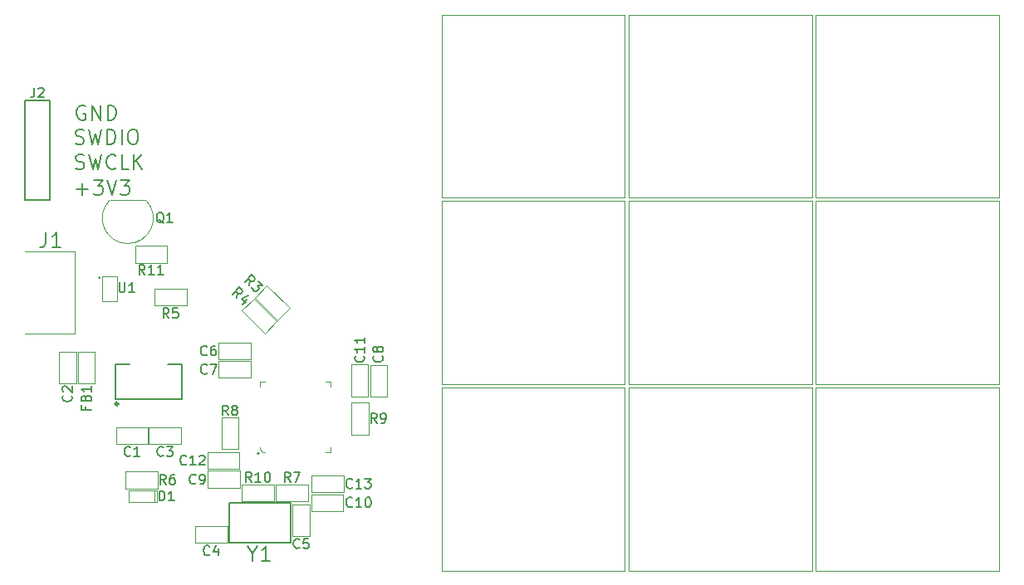
<source format=gbr>
G04 #@! TF.GenerationSoftware,KiCad,Pcbnew,(5.1.4)-1*
G04 #@! TF.CreationDate,2020-06-13T17:24:10-04:00*
G04 #@! TF.ProjectId,Keypad,4b657970-6164-42e6-9b69-6361645f7063,rev?*
G04 #@! TF.SameCoordinates,Original*
G04 #@! TF.FileFunction,Legend,Top*
G04 #@! TF.FilePolarity,Positive*
%FSLAX46Y46*%
G04 Gerber Fmt 4.6, Leading zero omitted, Abs format (unit mm)*
G04 Created by KiCad (PCBNEW (5.1.4)-1) date 2020-06-13 17:24:10*
%MOMM*%
%LPD*%
G04 APERTURE LIST*
%ADD10C,0.200000*%
%ADD11C,0.120000*%
%ADD12C,0.150000*%
%ADD13C,0.300000*%
%ADD14C,0.152400*%
G04 APERTURE END LIST*
D10*
X94664542Y-84435142D02*
X95807400Y-84435142D01*
X95235971Y-85006571D02*
X95235971Y-83863714D01*
X96378828Y-83506571D02*
X97307400Y-83506571D01*
X96807400Y-84078000D01*
X97021685Y-84078000D01*
X97164542Y-84149428D01*
X97235971Y-84220857D01*
X97307400Y-84363714D01*
X97307400Y-84720857D01*
X97235971Y-84863714D01*
X97164542Y-84935142D01*
X97021685Y-85006571D01*
X96593114Y-85006571D01*
X96450257Y-84935142D01*
X96378828Y-84863714D01*
X97735971Y-83506571D02*
X98235971Y-85006571D01*
X98735971Y-83506571D01*
X99093114Y-83506571D02*
X100021685Y-83506571D01*
X99521685Y-84078000D01*
X99735971Y-84078000D01*
X99878828Y-84149428D01*
X99950257Y-84220857D01*
X100021685Y-84363714D01*
X100021685Y-84720857D01*
X99950257Y-84863714D01*
X99878828Y-84935142D01*
X99735971Y-85006571D01*
X99307400Y-85006571D01*
X99164542Y-84935142D01*
X99093114Y-84863714D01*
X94574942Y-82331642D02*
X94789228Y-82403071D01*
X95146371Y-82403071D01*
X95289228Y-82331642D01*
X95360657Y-82260214D01*
X95432085Y-82117357D01*
X95432085Y-81974500D01*
X95360657Y-81831642D01*
X95289228Y-81760214D01*
X95146371Y-81688785D01*
X94860657Y-81617357D01*
X94717800Y-81545928D01*
X94646371Y-81474500D01*
X94574942Y-81331642D01*
X94574942Y-81188785D01*
X94646371Y-81045928D01*
X94717800Y-80974500D01*
X94860657Y-80903071D01*
X95217800Y-80903071D01*
X95432085Y-80974500D01*
X95932085Y-80903071D02*
X96289228Y-82403071D01*
X96574942Y-81331642D01*
X96860657Y-82403071D01*
X97217800Y-80903071D01*
X98646371Y-82260214D02*
X98574942Y-82331642D01*
X98360657Y-82403071D01*
X98217800Y-82403071D01*
X98003514Y-82331642D01*
X97860657Y-82188785D01*
X97789228Y-82045928D01*
X97717800Y-81760214D01*
X97717800Y-81545928D01*
X97789228Y-81260214D01*
X97860657Y-81117357D01*
X98003514Y-80974500D01*
X98217800Y-80903071D01*
X98360657Y-80903071D01*
X98574942Y-80974500D01*
X98646371Y-81045928D01*
X100003514Y-82403071D02*
X99289228Y-82403071D01*
X99289228Y-80903071D01*
X100503514Y-82403071D02*
X100503514Y-80903071D01*
X101360657Y-82403071D02*
X100717800Y-81545928D01*
X101360657Y-80903071D02*
X100503514Y-81760214D01*
X94560628Y-79778942D02*
X94774914Y-79850371D01*
X95132057Y-79850371D01*
X95274914Y-79778942D01*
X95346342Y-79707514D01*
X95417771Y-79564657D01*
X95417771Y-79421800D01*
X95346342Y-79278942D01*
X95274914Y-79207514D01*
X95132057Y-79136085D01*
X94846342Y-79064657D01*
X94703485Y-78993228D01*
X94632057Y-78921800D01*
X94560628Y-78778942D01*
X94560628Y-78636085D01*
X94632057Y-78493228D01*
X94703485Y-78421800D01*
X94846342Y-78350371D01*
X95203485Y-78350371D01*
X95417771Y-78421800D01*
X95917771Y-78350371D02*
X96274914Y-79850371D01*
X96560628Y-78778942D01*
X96846342Y-79850371D01*
X97203485Y-78350371D01*
X97774914Y-79850371D02*
X97774914Y-78350371D01*
X98132057Y-78350371D01*
X98346342Y-78421800D01*
X98489200Y-78564657D01*
X98560628Y-78707514D01*
X98632057Y-78993228D01*
X98632057Y-79207514D01*
X98560628Y-79493228D01*
X98489200Y-79636085D01*
X98346342Y-79778942D01*
X98132057Y-79850371D01*
X97774914Y-79850371D01*
X99274914Y-79850371D02*
X99274914Y-78350371D01*
X100274914Y-78350371D02*
X100560628Y-78350371D01*
X100703485Y-78421800D01*
X100846342Y-78564657D01*
X100917771Y-78850371D01*
X100917771Y-79350371D01*
X100846342Y-79636085D01*
X100703485Y-79778942D01*
X100560628Y-79850371D01*
X100274914Y-79850371D01*
X100132057Y-79778942D01*
X99989200Y-79636085D01*
X99917771Y-79350371D01*
X99917771Y-78850371D01*
X99989200Y-78564657D01*
X100132057Y-78421800D01*
X100274914Y-78350371D01*
X95529542Y-75958000D02*
X95386685Y-75886571D01*
X95172400Y-75886571D01*
X94958114Y-75958000D01*
X94815257Y-76100857D01*
X94743828Y-76243714D01*
X94672400Y-76529428D01*
X94672400Y-76743714D01*
X94743828Y-77029428D01*
X94815257Y-77172285D01*
X94958114Y-77315142D01*
X95172400Y-77386571D01*
X95315257Y-77386571D01*
X95529542Y-77315142D01*
X95600971Y-77243714D01*
X95600971Y-76743714D01*
X95315257Y-76743714D01*
X96243828Y-77386571D02*
X96243828Y-75886571D01*
X97100971Y-77386571D01*
X97100971Y-75886571D01*
X97815257Y-77386571D02*
X97815257Y-75886571D01*
X98172400Y-75886571D01*
X98386685Y-75958000D01*
X98529542Y-76100857D01*
X98600971Y-76243714D01*
X98672400Y-76529428D01*
X98672400Y-76743714D01*
X98600971Y-77029428D01*
X98529542Y-77172285D01*
X98386685Y-77315142D01*
X98172400Y-77386571D01*
X97815257Y-77386571D01*
D11*
X103860600Y-91948000D02*
X103860600Y-90220800D01*
X100609400Y-91948000D02*
X100609400Y-90220800D01*
X103860600Y-90220800D02*
X100609400Y-90220800D01*
X103860600Y-91948000D02*
X100609400Y-91948000D01*
X101672800Y-85551400D02*
X98072800Y-85551400D01*
X101711278Y-85562922D02*
G75*
G02X99872800Y-90001400I-1838478J-1838478D01*
G01*
X98034322Y-85562922D02*
G75*
G03X99872800Y-90001400I1838478J-1838478D01*
G01*
X102603300Y-94602300D02*
X102603300Y-96329500D01*
X105854500Y-94602300D02*
X105854500Y-96329500D01*
X102603300Y-96329500D02*
X105854500Y-96329500D01*
X102603300Y-94602300D02*
X105854500Y-94602300D01*
D12*
X91946900Y-85575140D02*
X91946900Y-75415140D01*
X89406900Y-85575140D02*
X89406900Y-75415140D01*
X91946900Y-75415140D02*
X89406900Y-75415140D01*
X91946900Y-85575140D02*
X89406900Y-85575140D01*
D11*
X118605300Y-115394740D02*
X118605300Y-113667540D01*
X121856500Y-115394740D02*
X118605300Y-115394740D01*
X121856500Y-113667540D02*
X121856500Y-115394740D01*
X118605300Y-113667540D02*
X121856500Y-113667540D01*
X111264700Y-111277400D02*
X111264700Y-113004600D01*
X108013500Y-111277400D02*
X111264700Y-111277400D01*
X108013500Y-113004600D02*
X108013500Y-111277400D01*
X111264700Y-113004600D02*
X108013500Y-113004600D01*
X124393960Y-105610660D02*
X122666760Y-105610660D01*
X124393960Y-102359460D02*
X124393960Y-105610660D01*
X122666760Y-102359460D02*
X124393960Y-102359460D01*
X122666760Y-105610660D02*
X122666760Y-102359460D01*
X118602760Y-117297200D02*
X118602760Y-115570000D01*
X121853960Y-117297200D02*
X118602760Y-117297200D01*
X121853960Y-115570000D02*
X121853960Y-117297200D01*
X118602760Y-115570000D02*
X121853960Y-115570000D01*
X111277400Y-113172240D02*
X111277400Y-114899440D01*
X108026200Y-113172240D02*
X111277400Y-113172240D01*
X108026200Y-114899440D02*
X108026200Y-113172240D01*
X111277400Y-114899440D02*
X108026200Y-114899440D01*
X126298960Y-105613200D02*
X124571760Y-105613200D01*
X126298960Y-102362000D02*
X126298960Y-105613200D01*
X124571760Y-102362000D02*
X126298960Y-102362000D01*
X124571760Y-105613200D02*
X124571760Y-102362000D01*
X111518700Y-114556540D02*
X111518700Y-116283740D01*
X114769900Y-114556540D02*
X114769900Y-116283740D01*
X111518700Y-116283740D02*
X114769900Y-116283740D01*
X111518700Y-114556540D02*
X114769900Y-114556540D01*
X112392460Y-101981000D02*
X112392460Y-103708200D01*
X109141260Y-101981000D02*
X112392460Y-101981000D01*
X109141260Y-103708200D02*
X109141260Y-101981000D01*
X112392460Y-103708200D02*
X109141260Y-103708200D01*
X112395000Y-100103940D02*
X112395000Y-101831140D01*
X109143800Y-100103940D02*
X112395000Y-100103940D01*
X109143800Y-101831140D02*
X109143800Y-100103940D01*
X112395000Y-101831140D02*
X109143800Y-101831140D01*
D12*
X116497100Y-116461540D02*
X110210600Y-116461540D01*
X110210600Y-120525540D02*
X110210600Y-116461540D01*
X116497100Y-120462040D02*
X116497100Y-116461540D01*
X116497100Y-120525540D02*
X110210600Y-120525540D01*
D10*
X113282400Y-111419640D02*
G75*
G03X113282400Y-111419640I-100000J0D01*
G01*
D11*
X120548400Y-111292640D02*
X120040400Y-111292640D01*
X120548400Y-110784640D02*
X120548400Y-111292640D01*
X113309400Y-104053640D02*
X113817400Y-104053640D01*
X113309400Y-104561640D02*
X113309400Y-104053640D01*
X120548400Y-104053640D02*
X120548400Y-104561640D01*
X120040400Y-104053640D02*
X120548400Y-104053640D01*
X113309400Y-110975140D02*
X113626900Y-111292640D01*
X113309400Y-110975140D02*
X113309400Y-110784640D01*
X113817400Y-111292640D02*
X113626900Y-111292640D01*
D13*
X98878200Y-106352340D02*
G75*
G03X98878200Y-106352340I-123000J0D01*
G01*
D12*
X98628200Y-105907840D02*
X105359200Y-105907840D01*
D14*
X100025200Y-102288340D02*
X98628200Y-102288340D01*
X98628200Y-102288340D02*
X98628200Y-105907840D01*
X105359200Y-102288340D02*
X103962200Y-102288340D01*
X105359200Y-105907840D02*
X105359200Y-102288340D01*
D12*
X97055940Y-93502480D02*
G75*
G03X97055940Y-93502480I-63500J0D01*
G01*
D11*
X98770440Y-93350080D02*
X97256600Y-93350080D01*
X98770440Y-95915480D02*
X97256600Y-95915480D01*
X97256600Y-93350080D02*
X97256600Y-95915480D01*
X98770440Y-93350080D02*
X98770440Y-95915480D01*
X188671200Y-85321140D02*
X170002200Y-85321140D01*
X188671200Y-66652140D02*
X188671200Y-85321140D01*
X170002200Y-66652140D02*
X188671200Y-66652140D01*
X170002200Y-85321140D02*
X170002200Y-66652140D01*
X169611040Y-85321140D02*
X150942040Y-85321140D01*
X169611040Y-66652140D02*
X169611040Y-85321140D01*
X150942040Y-66652140D02*
X169611040Y-66652140D01*
X150942040Y-85321140D02*
X150942040Y-66652140D01*
X150550880Y-85321140D02*
X131881880Y-85321140D01*
X150550880Y-66652140D02*
X150550880Y-85321140D01*
X131881880Y-66652140D02*
X150550880Y-66652140D01*
X131881880Y-85321140D02*
X131881880Y-66652140D01*
X188671200Y-104338120D02*
X170002200Y-104338120D01*
X188671200Y-85669120D02*
X188671200Y-104338120D01*
X170002200Y-85669120D02*
X188671200Y-85669120D01*
X170002200Y-104338120D02*
X170002200Y-85669120D01*
X169611040Y-104338120D02*
X150942040Y-104338120D01*
X169611040Y-85669120D02*
X169611040Y-104338120D01*
X150942040Y-85669120D02*
X169611040Y-85669120D01*
X150942040Y-104338120D02*
X150942040Y-85669120D01*
X150550880Y-104338120D02*
X131881880Y-104338120D01*
X150550880Y-85669120D02*
X150550880Y-104338120D01*
X131881880Y-85669120D02*
X150550880Y-85669120D01*
X131881880Y-104338120D02*
X131881880Y-85669120D01*
X188671200Y-123357640D02*
X170002200Y-123357640D01*
X188671200Y-104688640D02*
X188671200Y-123357640D01*
X170002200Y-104688640D02*
X188671200Y-104688640D01*
X170002200Y-123357640D02*
X170002200Y-104688640D01*
X169611040Y-123357640D02*
X150942040Y-123357640D01*
X169611040Y-104688640D02*
X169611040Y-123357640D01*
X150942040Y-104688640D02*
X169611040Y-104688640D01*
X150942040Y-123357640D02*
X150942040Y-104688640D01*
X150550880Y-123357640D02*
X131881880Y-123357640D01*
X150550880Y-104688640D02*
X150550880Y-123357640D01*
X131881880Y-104688640D02*
X150550880Y-104688640D01*
X131881880Y-123357640D02*
X131881880Y-104688640D01*
X122669300Y-109489240D02*
X124396500Y-109489240D01*
X122669300Y-106238040D02*
X124396500Y-106238040D01*
X124396500Y-109489240D02*
X124396500Y-106238040D01*
X122669300Y-109489240D02*
X122669300Y-106238040D01*
X109423200Y-110987840D02*
X111150400Y-110987840D01*
X109423200Y-107736640D02*
X111150400Y-107736640D01*
X111150400Y-110987840D02*
X111150400Y-107736640D01*
X109423200Y-110987840D02*
X109423200Y-107736640D01*
X118237000Y-116283740D02*
X118237000Y-114556540D01*
X114985800Y-116283740D02*
X114985800Y-114556540D01*
X118237000Y-114556540D02*
X114985800Y-114556540D01*
X118237000Y-116283740D02*
X114985800Y-116283740D01*
X102908100Y-114988340D02*
X102908100Y-113261140D01*
X99656900Y-114988340D02*
X99656900Y-113261140D01*
X102908100Y-113261140D02*
X99656900Y-113261140D01*
X102908100Y-114988340D02*
X99656900Y-114988340D01*
X112745185Y-95623470D02*
X111523870Y-96844785D01*
X115044130Y-97922415D02*
X113822815Y-99143730D01*
X111523870Y-96844785D02*
X113822815Y-99143730D01*
X112745185Y-95623470D02*
X115044130Y-97922415D01*
X114065985Y-94302670D02*
X112844670Y-95523985D01*
X116364930Y-96601615D02*
X115143615Y-97822930D01*
X112844670Y-95523985D02*
X115143615Y-97822930D01*
X114065985Y-94302670D02*
X116364930Y-96601615D01*
X94800420Y-101041200D02*
X96527620Y-101041200D01*
X94800420Y-104292400D02*
X94800420Y-101041200D01*
X96527620Y-104292400D02*
X94800420Y-104292400D01*
X96527620Y-101041200D02*
X96527620Y-104292400D01*
X102806500Y-116347240D02*
X102552500Y-116347240D01*
X102806500Y-115204240D02*
X102806500Y-116347240D01*
X102552500Y-115204240D02*
X102806500Y-115204240D01*
X99949000Y-116347240D02*
X99949000Y-115204240D01*
X102552500Y-116347240D02*
X99949000Y-116347240D01*
X102552500Y-115204240D02*
X102552500Y-116347240D01*
X99949000Y-115204240D02*
X102552500Y-115204240D01*
X118414800Y-119847360D02*
X116687600Y-119847360D01*
X118414800Y-116596160D02*
X118414800Y-119847360D01*
X116687600Y-116596160D02*
X118414800Y-116596160D01*
X116687600Y-119847360D02*
X116687600Y-116596160D01*
X106758740Y-120548400D02*
X106758740Y-118821200D01*
X110009940Y-120548400D02*
X106758740Y-120548400D01*
X110009940Y-118821200D02*
X110009940Y-120548400D01*
X106758740Y-118821200D02*
X110009940Y-118821200D01*
X102031800Y-110441740D02*
X102031800Y-108714540D01*
X105283000Y-110441740D02*
X102031800Y-110441740D01*
X105283000Y-108714540D02*
X105283000Y-110441740D01*
X102031800Y-108714540D02*
X105283000Y-108714540D01*
X94622620Y-104292400D02*
X92895420Y-104292400D01*
X94622620Y-101041200D02*
X94622620Y-104292400D01*
X92895420Y-101041200D02*
X94622620Y-101041200D01*
X92895420Y-104292400D02*
X92895420Y-101041200D01*
X98666300Y-110441740D02*
X98666300Y-108714540D01*
X101917500Y-110441740D02*
X98666300Y-110441740D01*
X101917500Y-108714540D02*
X101917500Y-110441740D01*
X98666300Y-108714540D02*
X101917500Y-108714540D01*
X94437200Y-90782140D02*
X89420700Y-90782140D01*
X94437200Y-99164140D02*
X89420700Y-99164140D01*
X94437200Y-90782140D02*
X94437200Y-99164140D01*
D10*
X101602302Y-93162380D02*
X101268969Y-92686190D01*
X101030874Y-93162380D02*
X101030874Y-92162380D01*
X101411826Y-92162380D01*
X101507064Y-92210000D01*
X101554683Y-92257619D01*
X101602302Y-92352857D01*
X101602302Y-92495714D01*
X101554683Y-92590952D01*
X101507064Y-92638571D01*
X101411826Y-92686190D01*
X101030874Y-92686190D01*
X102554683Y-93162380D02*
X101983255Y-93162380D01*
X102268969Y-93162380D02*
X102268969Y-92162380D01*
X102173731Y-92305238D01*
X102078493Y-92400476D01*
X101983255Y-92448095D01*
X103507064Y-93162380D02*
X102935636Y-93162380D01*
X103221350Y-93162380D02*
X103221350Y-92162380D01*
X103126112Y-92305238D01*
X103030874Y-92400476D01*
X102935636Y-92448095D01*
X103536761Y-87923619D02*
X103441523Y-87876000D01*
X103346285Y-87780761D01*
X103203428Y-87637904D01*
X103108190Y-87590285D01*
X103012952Y-87590285D01*
X103060571Y-87828380D02*
X102965333Y-87780761D01*
X102870095Y-87685523D01*
X102822476Y-87495047D01*
X102822476Y-87161714D01*
X102870095Y-86971238D01*
X102965333Y-86876000D01*
X103060571Y-86828380D01*
X103251047Y-86828380D01*
X103346285Y-86876000D01*
X103441523Y-86971238D01*
X103489142Y-87161714D01*
X103489142Y-87495047D01*
X103441523Y-87685523D01*
X103346285Y-87780761D01*
X103251047Y-87828380D01*
X103060571Y-87828380D01*
X104441523Y-87828380D02*
X103870095Y-87828380D01*
X104155809Y-87828380D02*
X104155809Y-86828380D01*
X104060571Y-86971238D01*
X103965333Y-87066476D01*
X103870095Y-87114095D01*
X104059693Y-97597220D02*
X103726360Y-97121030D01*
X103488264Y-97597220D02*
X103488264Y-96597220D01*
X103869217Y-96597220D01*
X103964455Y-96644840D01*
X104012074Y-96692459D01*
X104059693Y-96787697D01*
X104059693Y-96930554D01*
X104012074Y-97025792D01*
X103964455Y-97073411D01*
X103869217Y-97121030D01*
X103488264Y-97121030D01*
X104964455Y-96597220D02*
X104488264Y-96597220D01*
X104440645Y-97073411D01*
X104488264Y-97025792D01*
X104583502Y-96978173D01*
X104821598Y-96978173D01*
X104916836Y-97025792D01*
X104964455Y-97073411D01*
X105012074Y-97168649D01*
X105012074Y-97406744D01*
X104964455Y-97501982D01*
X104916836Y-97549601D01*
X104821598Y-97597220D01*
X104583502Y-97597220D01*
X104488264Y-97549601D01*
X104440645Y-97501982D01*
X90329426Y-74092820D02*
X90329426Y-74807106D01*
X90281807Y-74949963D01*
X90186569Y-75045201D01*
X90043712Y-75092820D01*
X89948474Y-75092820D01*
X90757998Y-74188059D02*
X90805617Y-74140440D01*
X90900855Y-74092820D01*
X91138950Y-74092820D01*
X91234188Y-74140440D01*
X91281807Y-74188059D01*
X91329426Y-74283297D01*
X91329426Y-74378535D01*
X91281807Y-74521392D01*
X90710379Y-75092820D01*
X91329426Y-75092820D01*
X122750342Y-114885742D02*
X122702723Y-114933361D01*
X122559866Y-114980980D01*
X122464628Y-114980980D01*
X122321771Y-114933361D01*
X122226533Y-114838123D01*
X122178914Y-114742885D01*
X122131295Y-114552409D01*
X122131295Y-114409552D01*
X122178914Y-114219076D01*
X122226533Y-114123838D01*
X122321771Y-114028600D01*
X122464628Y-113980980D01*
X122559866Y-113980980D01*
X122702723Y-114028600D01*
X122750342Y-114076219D01*
X123702723Y-114980980D02*
X123131295Y-114980980D01*
X123417009Y-114980980D02*
X123417009Y-113980980D01*
X123321771Y-114123838D01*
X123226533Y-114219076D01*
X123131295Y-114266695D01*
X124036057Y-113980980D02*
X124655104Y-113980980D01*
X124321771Y-114361933D01*
X124464628Y-114361933D01*
X124559866Y-114409552D01*
X124607485Y-114457171D01*
X124655104Y-114552409D01*
X124655104Y-114790504D01*
X124607485Y-114885742D01*
X124559866Y-114933361D01*
X124464628Y-114980980D01*
X124178914Y-114980980D01*
X124083676Y-114933361D01*
X124036057Y-114885742D01*
X105833942Y-112498142D02*
X105786323Y-112545761D01*
X105643466Y-112593380D01*
X105548228Y-112593380D01*
X105405371Y-112545761D01*
X105310133Y-112450523D01*
X105262514Y-112355285D01*
X105214895Y-112164809D01*
X105214895Y-112021952D01*
X105262514Y-111831476D01*
X105310133Y-111736238D01*
X105405371Y-111641000D01*
X105548228Y-111593380D01*
X105643466Y-111593380D01*
X105786323Y-111641000D01*
X105833942Y-111688619D01*
X106786323Y-112593380D02*
X106214895Y-112593380D01*
X106500609Y-112593380D02*
X106500609Y-111593380D01*
X106405371Y-111736238D01*
X106310133Y-111831476D01*
X106214895Y-111879095D01*
X107167276Y-111688619D02*
X107214895Y-111641000D01*
X107310133Y-111593380D01*
X107548228Y-111593380D01*
X107643466Y-111641000D01*
X107691085Y-111688619D01*
X107738704Y-111783857D01*
X107738704Y-111879095D01*
X107691085Y-112021952D01*
X107119657Y-112593380D01*
X107738704Y-112593380D01*
X123902742Y-101480857D02*
X123950361Y-101528476D01*
X123997980Y-101671333D01*
X123997980Y-101766571D01*
X123950361Y-101909428D01*
X123855123Y-102004666D01*
X123759885Y-102052285D01*
X123569409Y-102099904D01*
X123426552Y-102099904D01*
X123236076Y-102052285D01*
X123140838Y-102004666D01*
X123045600Y-101909428D01*
X122997980Y-101766571D01*
X122997980Y-101671333D01*
X123045600Y-101528476D01*
X123093219Y-101480857D01*
X123997980Y-100528476D02*
X123997980Y-101099904D01*
X123997980Y-100814190D02*
X122997980Y-100814190D01*
X123140838Y-100909428D01*
X123236076Y-101004666D01*
X123283695Y-101099904D01*
X123997980Y-99576095D02*
X123997980Y-100147523D01*
X123997980Y-99861809D02*
X122997980Y-99861809D01*
X123140838Y-99957047D01*
X123236076Y-100052285D01*
X123283695Y-100147523D01*
X122750342Y-116790742D02*
X122702723Y-116838361D01*
X122559866Y-116885980D01*
X122464628Y-116885980D01*
X122321771Y-116838361D01*
X122226533Y-116743123D01*
X122178914Y-116647885D01*
X122131295Y-116457409D01*
X122131295Y-116314552D01*
X122178914Y-116124076D01*
X122226533Y-116028838D01*
X122321771Y-115933600D01*
X122464628Y-115885980D01*
X122559866Y-115885980D01*
X122702723Y-115933600D01*
X122750342Y-115981219D01*
X123702723Y-116885980D02*
X123131295Y-116885980D01*
X123417009Y-116885980D02*
X123417009Y-115885980D01*
X123321771Y-116028838D01*
X123226533Y-116124076D01*
X123131295Y-116171695D01*
X124321771Y-115885980D02*
X124417009Y-115885980D01*
X124512247Y-115933600D01*
X124559866Y-115981219D01*
X124607485Y-116076457D01*
X124655104Y-116266933D01*
X124655104Y-116505028D01*
X124607485Y-116695504D01*
X124559866Y-116790742D01*
X124512247Y-116838361D01*
X124417009Y-116885980D01*
X124321771Y-116885980D01*
X124226533Y-116838361D01*
X124178914Y-116790742D01*
X124131295Y-116695504D01*
X124083676Y-116505028D01*
X124083676Y-116266933D01*
X124131295Y-116076457D01*
X124178914Y-115981219D01*
X124226533Y-115933600D01*
X124321771Y-115885980D01*
X106792733Y-114453942D02*
X106745114Y-114501561D01*
X106602257Y-114549180D01*
X106507019Y-114549180D01*
X106364161Y-114501561D01*
X106268923Y-114406323D01*
X106221304Y-114311085D01*
X106173685Y-114120609D01*
X106173685Y-113977752D01*
X106221304Y-113787276D01*
X106268923Y-113692038D01*
X106364161Y-113596800D01*
X106507019Y-113549180D01*
X106602257Y-113549180D01*
X106745114Y-113596800D01*
X106792733Y-113644419D01*
X107268923Y-114549180D02*
X107459400Y-114549180D01*
X107554638Y-114501561D01*
X107602257Y-114453942D01*
X107697495Y-114311085D01*
X107745114Y-114120609D01*
X107745114Y-113739657D01*
X107697495Y-113644419D01*
X107649876Y-113596800D01*
X107554638Y-113549180D01*
X107364161Y-113549180D01*
X107268923Y-113596800D01*
X107221304Y-113644419D01*
X107173685Y-113739657D01*
X107173685Y-113977752D01*
X107221304Y-114072990D01*
X107268923Y-114120609D01*
X107364161Y-114168228D01*
X107554638Y-114168228D01*
X107649876Y-114120609D01*
X107697495Y-114072990D01*
X107745114Y-113977752D01*
X125792502Y-101461866D02*
X125840121Y-101509485D01*
X125887740Y-101652342D01*
X125887740Y-101747580D01*
X125840121Y-101890438D01*
X125744883Y-101985676D01*
X125649645Y-102033295D01*
X125459169Y-102080914D01*
X125316312Y-102080914D01*
X125125836Y-102033295D01*
X125030598Y-101985676D01*
X124935360Y-101890438D01*
X124887740Y-101747580D01*
X124887740Y-101652342D01*
X124935360Y-101509485D01*
X124982979Y-101461866D01*
X125316312Y-100890438D02*
X125268693Y-100985676D01*
X125221074Y-101033295D01*
X125125836Y-101080914D01*
X125078217Y-101080914D01*
X124982979Y-101033295D01*
X124935360Y-100985676D01*
X124887740Y-100890438D01*
X124887740Y-100699961D01*
X124935360Y-100604723D01*
X124982979Y-100557104D01*
X125078217Y-100509485D01*
X125125836Y-100509485D01*
X125221074Y-100557104D01*
X125268693Y-100604723D01*
X125316312Y-100699961D01*
X125316312Y-100890438D01*
X125363931Y-100985676D01*
X125411550Y-101033295D01*
X125506788Y-101080914D01*
X125697264Y-101080914D01*
X125792502Y-101033295D01*
X125840121Y-100985676D01*
X125887740Y-100890438D01*
X125887740Y-100699961D01*
X125840121Y-100604723D01*
X125792502Y-100557104D01*
X125697264Y-100509485D01*
X125506788Y-100509485D01*
X125411550Y-100557104D01*
X125363931Y-100604723D01*
X125316312Y-100699961D01*
X112488742Y-114320580D02*
X112155409Y-113844390D01*
X111917314Y-114320580D02*
X111917314Y-113320580D01*
X112298266Y-113320580D01*
X112393504Y-113368200D01*
X112441123Y-113415819D01*
X112488742Y-113511057D01*
X112488742Y-113653914D01*
X112441123Y-113749152D01*
X112393504Y-113796771D01*
X112298266Y-113844390D01*
X111917314Y-113844390D01*
X113441123Y-114320580D02*
X112869695Y-114320580D01*
X113155409Y-114320580D02*
X113155409Y-113320580D01*
X113060171Y-113463438D01*
X112964933Y-113558676D01*
X112869695Y-113606295D01*
X114060171Y-113320580D02*
X114155409Y-113320580D01*
X114250647Y-113368200D01*
X114298266Y-113415819D01*
X114345885Y-113511057D01*
X114393504Y-113701533D01*
X114393504Y-113939628D01*
X114345885Y-114130104D01*
X114298266Y-114225342D01*
X114250647Y-114272961D01*
X114155409Y-114320580D01*
X114060171Y-114320580D01*
X113964933Y-114272961D01*
X113917314Y-114225342D01*
X113869695Y-114130104D01*
X113822076Y-113939628D01*
X113822076Y-113701533D01*
X113869695Y-113511057D01*
X113917314Y-113415819D01*
X113964933Y-113368200D01*
X114060171Y-113320580D01*
X107935733Y-103201742D02*
X107888114Y-103249361D01*
X107745257Y-103296980D01*
X107650019Y-103296980D01*
X107507161Y-103249361D01*
X107411923Y-103154123D01*
X107364304Y-103058885D01*
X107316685Y-102868409D01*
X107316685Y-102725552D01*
X107364304Y-102535076D01*
X107411923Y-102439838D01*
X107507161Y-102344600D01*
X107650019Y-102296980D01*
X107745257Y-102296980D01*
X107888114Y-102344600D01*
X107935733Y-102392219D01*
X108269066Y-102296980D02*
X108935733Y-102296980D01*
X108507161Y-103296980D01*
X107935733Y-101322142D02*
X107888114Y-101369761D01*
X107745257Y-101417380D01*
X107650019Y-101417380D01*
X107507161Y-101369761D01*
X107411923Y-101274523D01*
X107364304Y-101179285D01*
X107316685Y-100988809D01*
X107316685Y-100845952D01*
X107364304Y-100655476D01*
X107411923Y-100560238D01*
X107507161Y-100465000D01*
X107650019Y-100417380D01*
X107745257Y-100417380D01*
X107888114Y-100465000D01*
X107935733Y-100512619D01*
X108792876Y-100417380D02*
X108602400Y-100417380D01*
X108507161Y-100465000D01*
X108459542Y-100512619D01*
X108364304Y-100655476D01*
X108316685Y-100845952D01*
X108316685Y-101226904D01*
X108364304Y-101322142D01*
X108411923Y-101369761D01*
X108507161Y-101417380D01*
X108697638Y-101417380D01*
X108792876Y-101369761D01*
X108840495Y-101322142D01*
X108888114Y-101226904D01*
X108888114Y-100988809D01*
X108840495Y-100893571D01*
X108792876Y-100845952D01*
X108697638Y-100798333D01*
X108507161Y-100798333D01*
X108411923Y-100845952D01*
X108364304Y-100893571D01*
X108316685Y-100988809D01*
X112607814Y-121630285D02*
X112607814Y-122344571D01*
X112107814Y-120844571D02*
X112607814Y-121630285D01*
X113107814Y-120844571D01*
X114393528Y-122344571D02*
X113536385Y-122344571D01*
X113964957Y-122344571D02*
X113964957Y-120844571D01*
X113822100Y-121058857D01*
X113679242Y-121201714D01*
X113536385Y-121273142D01*
X99009295Y-93965780D02*
X99009295Y-94775304D01*
X99056914Y-94870542D01*
X99104533Y-94918161D01*
X99199771Y-94965780D01*
X99390247Y-94965780D01*
X99485485Y-94918161D01*
X99533104Y-94870542D01*
X99580723Y-94775304D01*
X99580723Y-93965780D01*
X100580723Y-94965780D02*
X100009295Y-94965780D01*
X100295009Y-94965780D02*
X100295009Y-93965780D01*
X100199771Y-94108638D01*
X100104533Y-94203876D01*
X100009295Y-94251495D01*
X125258533Y-108313480D02*
X124925200Y-107837290D01*
X124687104Y-108313480D02*
X124687104Y-107313480D01*
X125068057Y-107313480D01*
X125163295Y-107361100D01*
X125210914Y-107408719D01*
X125258533Y-107503957D01*
X125258533Y-107646814D01*
X125210914Y-107742052D01*
X125163295Y-107789671D01*
X125068057Y-107837290D01*
X124687104Y-107837290D01*
X125734723Y-108313480D02*
X125925200Y-108313480D01*
X126020438Y-108265861D01*
X126068057Y-108218242D01*
X126163295Y-108075385D01*
X126210914Y-107884909D01*
X126210914Y-107503957D01*
X126163295Y-107408719D01*
X126115676Y-107361100D01*
X126020438Y-107313480D01*
X125829961Y-107313480D01*
X125734723Y-107361100D01*
X125687104Y-107408719D01*
X125639485Y-107503957D01*
X125639485Y-107742052D01*
X125687104Y-107837290D01*
X125734723Y-107884909D01*
X125829961Y-107932528D01*
X126020438Y-107932528D01*
X126115676Y-107884909D01*
X126163295Y-107837290D01*
X126210914Y-107742052D01*
X110107433Y-107513380D02*
X109774100Y-107037190D01*
X109536004Y-107513380D02*
X109536004Y-106513380D01*
X109916957Y-106513380D01*
X110012195Y-106561000D01*
X110059814Y-106608619D01*
X110107433Y-106703857D01*
X110107433Y-106846714D01*
X110059814Y-106941952D01*
X110012195Y-106989571D01*
X109916957Y-107037190D01*
X109536004Y-107037190D01*
X110678861Y-106941952D02*
X110583623Y-106894333D01*
X110536004Y-106846714D01*
X110488385Y-106751476D01*
X110488385Y-106703857D01*
X110536004Y-106608619D01*
X110583623Y-106561000D01*
X110678861Y-106513380D01*
X110869338Y-106513380D01*
X110964576Y-106561000D01*
X111012195Y-106608619D01*
X111059814Y-106703857D01*
X111059814Y-106751476D01*
X111012195Y-106846714D01*
X110964576Y-106894333D01*
X110869338Y-106941952D01*
X110678861Y-106941952D01*
X110583623Y-106989571D01*
X110536004Y-107037190D01*
X110488385Y-107132428D01*
X110488385Y-107322904D01*
X110536004Y-107418142D01*
X110583623Y-107465761D01*
X110678861Y-107513380D01*
X110869338Y-107513380D01*
X110964576Y-107465761D01*
X111012195Y-107418142D01*
X111059814Y-107322904D01*
X111059814Y-107132428D01*
X111012195Y-107037190D01*
X110964576Y-106989571D01*
X110869338Y-106941952D01*
X116444733Y-114320580D02*
X116111400Y-113844390D01*
X115873304Y-114320580D02*
X115873304Y-113320580D01*
X116254257Y-113320580D01*
X116349495Y-113368200D01*
X116397114Y-113415819D01*
X116444733Y-113511057D01*
X116444733Y-113653914D01*
X116397114Y-113749152D01*
X116349495Y-113796771D01*
X116254257Y-113844390D01*
X115873304Y-113844390D01*
X116778066Y-113320580D02*
X117444733Y-113320580D01*
X117016161Y-114320580D01*
X103744733Y-114574580D02*
X103411400Y-114098390D01*
X103173304Y-114574580D02*
X103173304Y-113574580D01*
X103554257Y-113574580D01*
X103649495Y-113622200D01*
X103697114Y-113669819D01*
X103744733Y-113765057D01*
X103744733Y-113907914D01*
X103697114Y-114003152D01*
X103649495Y-114050771D01*
X103554257Y-114098390D01*
X103173304Y-114098390D01*
X104601876Y-113574580D02*
X104411400Y-113574580D01*
X104316161Y-113622200D01*
X104268542Y-113669819D01*
X104173304Y-113812676D01*
X104125685Y-114003152D01*
X104125685Y-114384104D01*
X104173304Y-114479342D01*
X104220923Y-114526961D01*
X104316161Y-114574580D01*
X104506638Y-114574580D01*
X104601876Y-114526961D01*
X104649495Y-114479342D01*
X104697114Y-114384104D01*
X104697114Y-114146009D01*
X104649495Y-114050771D01*
X104601876Y-114003152D01*
X104506638Y-113955533D01*
X104316161Y-113955533D01*
X104220923Y-114003152D01*
X104173304Y-114050771D01*
X104125685Y-114146009D01*
X110941267Y-95579030D02*
X111042282Y-95006610D01*
X110537206Y-95174969D02*
X111244312Y-94467862D01*
X111513687Y-94737236D01*
X111547358Y-94838251D01*
X111547358Y-94905595D01*
X111513687Y-95006610D01*
X111412671Y-95107625D01*
X111311656Y-95141297D01*
X111244312Y-95141297D01*
X111143297Y-95107625D01*
X110873923Y-94838251D01*
X112018763Y-95713717D02*
X111547358Y-96185122D01*
X112119778Y-95275984D02*
X111446343Y-95612702D01*
X111884076Y-96050435D01*
X112211267Y-94309030D02*
X112312282Y-93736610D01*
X111807206Y-93904969D02*
X112514312Y-93197862D01*
X112783687Y-93467236D01*
X112817358Y-93568251D01*
X112817358Y-93635595D01*
X112783687Y-93736610D01*
X112682671Y-93837625D01*
X112581656Y-93871297D01*
X112514312Y-93871297D01*
X112413297Y-93837625D01*
X112143923Y-93568251D01*
X113154076Y-93837625D02*
X113591809Y-94275358D01*
X113086732Y-94309030D01*
X113187748Y-94410045D01*
X113221419Y-94511061D01*
X113221419Y-94578404D01*
X113187748Y-94679419D01*
X113019389Y-94847778D01*
X112918374Y-94881450D01*
X112851030Y-94881450D01*
X112750015Y-94847778D01*
X112547984Y-94645748D01*
X112514312Y-94544732D01*
X112514312Y-94477389D01*
X95597671Y-106598933D02*
X95597671Y-106932266D01*
X96121480Y-106932266D02*
X95121480Y-106932266D01*
X95121480Y-106456076D01*
X95597671Y-105741790D02*
X95645290Y-105598933D01*
X95692909Y-105551314D01*
X95788147Y-105503695D01*
X95931004Y-105503695D01*
X96026242Y-105551314D01*
X96073861Y-105598933D01*
X96121480Y-105694171D01*
X96121480Y-106075123D01*
X95121480Y-106075123D01*
X95121480Y-105741790D01*
X95169100Y-105646552D01*
X95216719Y-105598933D01*
X95311957Y-105551314D01*
X95407195Y-105551314D01*
X95502433Y-105598933D01*
X95550052Y-105646552D01*
X95597671Y-105741790D01*
X95597671Y-106075123D01*
X96121480Y-104551314D02*
X96121480Y-105122742D01*
X96121480Y-104837028D02*
X95121480Y-104837028D01*
X95264338Y-104932266D01*
X95359576Y-105027504D01*
X95407195Y-105122742D01*
X103071704Y-116235740D02*
X103071704Y-115235740D01*
X103309800Y-115235740D01*
X103452657Y-115283360D01*
X103547895Y-115378598D01*
X103595514Y-115473836D01*
X103643133Y-115664312D01*
X103643133Y-115807169D01*
X103595514Y-115997645D01*
X103547895Y-116092883D01*
X103452657Y-116188121D01*
X103309800Y-116235740D01*
X103071704Y-116235740D01*
X104595514Y-116235740D02*
X104024085Y-116235740D01*
X104309800Y-116235740D02*
X104309800Y-115235740D01*
X104214561Y-115378598D01*
X104119323Y-115473836D01*
X104024085Y-115521455D01*
X117384533Y-121007142D02*
X117336914Y-121054761D01*
X117194057Y-121102380D01*
X117098819Y-121102380D01*
X116955961Y-121054761D01*
X116860723Y-120959523D01*
X116813104Y-120864285D01*
X116765485Y-120673809D01*
X116765485Y-120530952D01*
X116813104Y-120340476D01*
X116860723Y-120245238D01*
X116955961Y-120150000D01*
X117098819Y-120102380D01*
X117194057Y-120102380D01*
X117336914Y-120150000D01*
X117384533Y-120197619D01*
X118289295Y-120102380D02*
X117813104Y-120102380D01*
X117765485Y-120578571D01*
X117813104Y-120530952D01*
X117908342Y-120483333D01*
X118146438Y-120483333D01*
X118241676Y-120530952D01*
X118289295Y-120578571D01*
X118336914Y-120673809D01*
X118336914Y-120911904D01*
X118289295Y-121007142D01*
X118241676Y-121054761D01*
X118146438Y-121102380D01*
X117908342Y-121102380D01*
X117813104Y-121054761D01*
X117765485Y-121007142D01*
X108215133Y-121718342D02*
X108167514Y-121765961D01*
X108024657Y-121813580D01*
X107929419Y-121813580D01*
X107786561Y-121765961D01*
X107691323Y-121670723D01*
X107643704Y-121575485D01*
X107596085Y-121385009D01*
X107596085Y-121242152D01*
X107643704Y-121051676D01*
X107691323Y-120956438D01*
X107786561Y-120861200D01*
X107929419Y-120813580D01*
X108024657Y-120813580D01*
X108167514Y-120861200D01*
X108215133Y-120908819D01*
X109072276Y-121146914D02*
X109072276Y-121813580D01*
X108834180Y-120765961D02*
X108596085Y-121480247D01*
X109215133Y-121480247D01*
X103490733Y-111609142D02*
X103443114Y-111656761D01*
X103300257Y-111704380D01*
X103205019Y-111704380D01*
X103062161Y-111656761D01*
X102966923Y-111561523D01*
X102919304Y-111466285D01*
X102871685Y-111275809D01*
X102871685Y-111132952D01*
X102919304Y-110942476D01*
X102966923Y-110847238D01*
X103062161Y-110752000D01*
X103205019Y-110704380D01*
X103300257Y-110704380D01*
X103443114Y-110752000D01*
X103490733Y-110799619D01*
X103824066Y-110704380D02*
X104443114Y-110704380D01*
X104109780Y-111085333D01*
X104252638Y-111085333D01*
X104347876Y-111132952D01*
X104395495Y-111180571D01*
X104443114Y-111275809D01*
X104443114Y-111513904D01*
X104395495Y-111609142D01*
X104347876Y-111656761D01*
X104252638Y-111704380D01*
X103966923Y-111704380D01*
X103871685Y-111656761D01*
X103824066Y-111609142D01*
X94108542Y-105500466D02*
X94156161Y-105548085D01*
X94203780Y-105690942D01*
X94203780Y-105786180D01*
X94156161Y-105929038D01*
X94060923Y-106024276D01*
X93965685Y-106071895D01*
X93775209Y-106119514D01*
X93632352Y-106119514D01*
X93441876Y-106071895D01*
X93346638Y-106024276D01*
X93251400Y-105929038D01*
X93203780Y-105786180D01*
X93203780Y-105690942D01*
X93251400Y-105548085D01*
X93299019Y-105500466D01*
X93299019Y-105119514D02*
X93251400Y-105071895D01*
X93203780Y-104976657D01*
X93203780Y-104738561D01*
X93251400Y-104643323D01*
X93299019Y-104595704D01*
X93394257Y-104548085D01*
X93489495Y-104548085D01*
X93632352Y-104595704D01*
X94203780Y-105167133D01*
X94203780Y-104548085D01*
X100125233Y-111609142D02*
X100077614Y-111656761D01*
X99934757Y-111704380D01*
X99839519Y-111704380D01*
X99696661Y-111656761D01*
X99601423Y-111561523D01*
X99553804Y-111466285D01*
X99506185Y-111275809D01*
X99506185Y-111132952D01*
X99553804Y-110942476D01*
X99601423Y-110847238D01*
X99696661Y-110752000D01*
X99839519Y-110704380D01*
X99934757Y-110704380D01*
X100077614Y-110752000D01*
X100125233Y-110799619D01*
X101077614Y-111704380D02*
X100506185Y-111704380D01*
X100791900Y-111704380D02*
X100791900Y-110704380D01*
X100696661Y-110847238D01*
X100601423Y-110942476D01*
X100506185Y-110990095D01*
X91519120Y-88860891D02*
X91519120Y-89932320D01*
X91447691Y-90146605D01*
X91304834Y-90289462D01*
X91090548Y-90360891D01*
X90947691Y-90360891D01*
X93019120Y-90360891D02*
X92161977Y-90360891D01*
X92590548Y-90360891D02*
X92590548Y-88860891D01*
X92447691Y-89075177D01*
X92304834Y-89218034D01*
X92161977Y-89289462D01*
M02*

</source>
